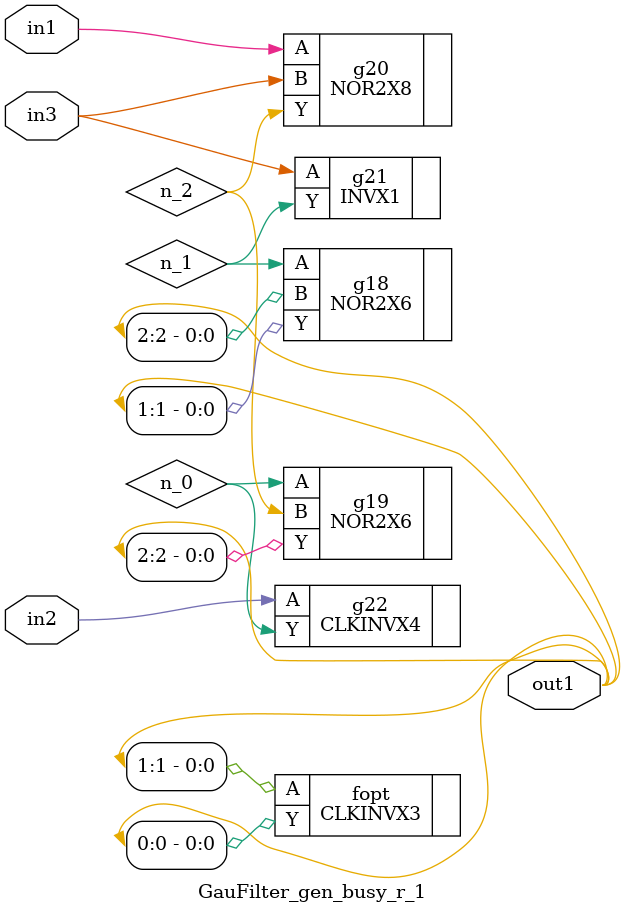
<source format=v>
`timescale 1ps / 1ps


module GauFilter_gen_busy_r_1(in1, in2, in3, out1);
  input in1, in2, in3;
  output [2:0] out1;
  wire in1, in2, in3;
  wire [2:0] out1;
  wire n_0, n_1, n_2;
  NOR2X6 g18(.A (n_1), .B (out1[2]), .Y (out1[1]));
  NOR2X6 g19(.A (n_0), .B (n_2), .Y (out1[2]));
  NOR2X8 g20(.A (in1), .B (in3), .Y (n_2));
  INVX1 g21(.A (in3), .Y (n_1));
  CLKINVX4 g22(.A (in2), .Y (n_0));
  CLKINVX3 fopt(.A (out1[1]), .Y (out1[0]));
endmodule



</source>
